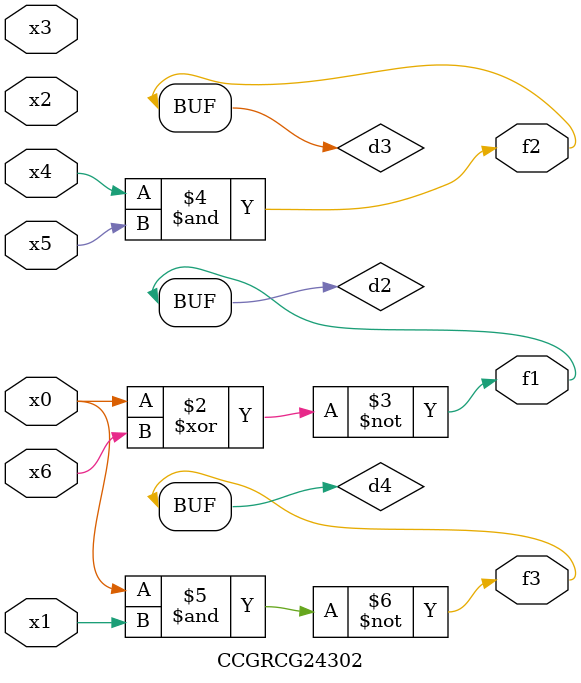
<source format=v>
module CCGRCG24302(
	input x0, x1, x2, x3, x4, x5, x6,
	output f1, f2, f3
);

	wire d1, d2, d3, d4;

	nor (d1, x0);
	xnor (d2, x0, x6);
	and (d3, x4, x5);
	nand (d4, x0, x1);
	assign f1 = d2;
	assign f2 = d3;
	assign f3 = d4;
endmodule

</source>
